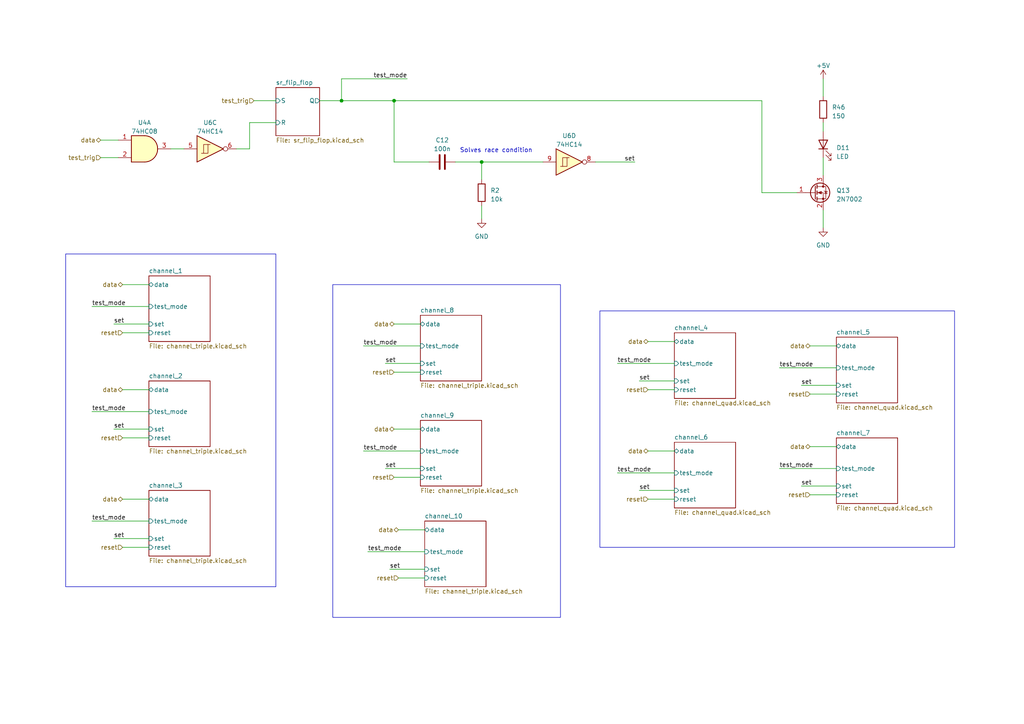
<source format=kicad_sch>
(kicad_sch (version 20230121) (generator eeschema)
  (paper "A4")
  (lib_symbols
    (symbol "74xx:74HC14" (pin_names (offset 1.016))
      (property "Reference" "U" (at 0 1.27 0))
      (property "Value" "74HC14" (at 0 -1.27 0))
      (symbol "74HC14_1_0"
        (polyline (pts (xy -3.81 3.81) (xy -3.81 -3.81) (xy 3.81 0) (xy -3.81 3.81)) (stroke (width 0.254)) (fill (type background)))
        (pin input line (at -7.62 0 0) (length 3.81) (name "~") (number "1"))
        (pin output inverted (at 7.62 0 180) (length 3.81) (name "~") (number "2"))
      )
      (symbol "74HC14_1_1"
        (polyline (pts (xy -1.905 -1.27) (xy -1.905 1.27) (xy -0.635 1.27)))
        (polyline (pts (xy -2.54 -1.27) (xy -0.635 -1.27) (xy -0.635 1.27) (xy 0 1.27)))
      )
      (symbol "74HC14_2_0"
        (polyline (pts (xy -3.81 3.81) (xy -3.81 -3.81) (xy 3.81 0) (xy -3.81 3.81)) (stroke (width 0.254)) (fill (type background)))
        (pin input line (at -7.62 0 0) (length 3.81) (name "~") (number "3"))
        (pin output inverted (at 7.62 0 180) (length 3.81) (name "~") (number "4"))
      )
      (symbol "74HC14_2_1"
        (polyline (pts (xy -1.905 -1.27) (xy -1.905 1.27) (xy -0.635 1.27)))
        (polyline (pts (xy -2.54 -1.27) (xy -0.635 -1.27) (xy -0.635 1.27) (xy 0 1.27)))
      )
      (symbol "74HC14_3_0"
        (polyline (pts (xy -3.81 3.81) (xy -3.81 -3.81) (xy 3.81 0) (xy -3.81 3.81)) (stroke (width 0.254)) (fill (type background)))
        (pin input line (at -7.62 0 0) (length 3.81) (name "~") (number "5"))
        (pin output inverted (at 7.62 0 180) (length 3.81) (name "~") (number "6"))
      )
      (symbol "74HC14_3_1"
        (polyline (pts (xy -1.905 -1.27) (xy -1.905 1.27) (xy -0.635 1.27)))
        (polyline (pts (xy -2.54 -1.27) (xy -0.635 -1.27) (xy -0.635 1.27) (xy 0 1.27)))
      )
      (symbol "74HC14_4_0"
        (polyline (pts (xy -3.81 3.81) (xy -3.81 -3.81) (xy 3.81 0) (xy -3.81 3.81)) (stroke (width 0.254)) (fill (type background)))
        (pin output inverted (at 7.62 0 180) (length 3.81) (name "~") (number "8"))
        (pin input line (at -7.62 0 0) (length 3.81) (name "~") (number "9"))
      )
      (symbol "74HC14_4_1"
        (polyline (pts (xy -1.905 -1.27) (xy -1.905 1.27) (xy -0.635 1.27)))
        (polyline (pts (xy -2.54 -1.27) (xy -0.635 -1.27) (xy -0.635 1.27) (xy 0 1.27)))
      )
      (symbol "74HC14_5_0"
        (polyline (pts (xy -3.81 3.81) (xy -3.81 -3.81) (xy 3.81 0) (xy -3.81 3.81)) (stroke (width 0.254)) (fill (type background)))
        (pin output inverted (at 7.62 0 180) (length 3.81) (name "~") (number "10"))
        (pin input line (at -7.62 0 0) (length 3.81) (name "~") (number "11"))
      )
      (symbol "74HC14_5_1"
        (polyline (pts (xy -1.905 -1.27) (xy -1.905 1.27) (xy -0.635 1.27)))
        (polyline (pts (xy -2.54 -1.27) (xy -0.635 -1.27) (xy -0.635 1.27) (xy 0 1.27)))
      )
      (symbol "74HC14_6_0"
        (polyline (pts (xy -3.81 3.81) (xy -3.81 -3.81) (xy 3.81 0) (xy -3.81 3.81)) (stroke (width 0.254)) (fill (type background)))
        (pin output inverted (at 7.62 0 180) (length 3.81) (name "~") (number "12"))
        (pin input line (at -7.62 0 0) (length 3.81) (name "~") (number "13"))
      )
      (symbol "74HC14_6_1"
        (polyline (pts (xy -1.905 -1.27) (xy -1.905 1.27) (xy -0.635 1.27)))
        (polyline (pts (xy -2.54 -1.27) (xy -0.635 -1.27) (xy -0.635 1.27) (xy 0 1.27)))
      )
      (symbol "74HC14_7_0"
        (pin power_in line (at 0 12.7 270) (length 5.08) (name "VCC") (number "14"))
        (pin power_in line (at 0 -12.7 90) (length 5.08) (name "GND") (number "7"))
      )
      (symbol "74HC14_7_1"
        (rectangle (start -5.08 7.62) (end 5.08 -7.62) (stroke (width 0.254)) (fill (type background)))
      )
    )
    (symbol "Device:C" (pin_numbers hide) (pin_names (offset 0.254))
      (property "Reference" "C" (at 0.635 2.54 0))
      (property "Value" "C" (at 0.635 -2.54 0))
      (symbol "C_0_1"
        (polyline (pts (xy -2.032 -0.762) (xy 2.032 -0.762)) (stroke (width 0.508)))
        (polyline (pts (xy -2.032 0.762) (xy 2.032 0.762)) (stroke (width 0.508)))
      )
      (symbol "C_1_1"
        (pin passive line (at 0 3.81 270) (length 2.794) (name "~") (number "1"))
        (pin passive line (at 0 -3.81 90) (length 2.794) (name "~") (number "2"))
      )
    )
    (symbol "Device:LED" (pin_numbers hide) (pin_names (offset 1.016) hide)
      (property "Reference" "D" (at 0 2.54 0))
      (property "Value" "LED" (at 0 -2.54 0))
      (symbol "LED_0_1"
        (polyline (pts (xy -1.27 -1.27) (xy -1.27 1.27)) (stroke (width 0.254)))
        (polyline (pts (xy -1.27 0) (xy 1.27 0)))
        (polyline (pts (xy 1.27 -1.27) (xy 1.27 1.27) (xy -1.27 0) (xy 1.27 -1.27)) (stroke (width 0.254)))
        (polyline (pts (xy -3.048 -0.762) (xy -4.572 -2.286) (xy -3.81 -2.286) (xy -4.572 -2.286) (xy -4.572 -1.524)))
        (polyline (pts (xy -1.778 -0.762) (xy -3.302 -2.286) (xy -2.54 -2.286) (xy -3.302 -2.286) (xy -3.302 -1.524)))
      )
      (symbol "LED_1_1"
        (pin passive line (at -3.81 0 0) (length 2.54) (name "K") (number "1"))
        (pin passive line (at 3.81 0 180) (length 2.54) (name "A") (number "2"))
      )
    )
    (symbol "Device:R" (pin_numbers hide) (pin_names (offset 0))
      (property "Reference" "R" (at 2.032 0 90))
      (property "Value" "R" (at 0 0 90))
      (symbol "R_0_1"
        (rectangle (start -1.016 -2.54) (end 1.016 2.54) (stroke (width 0.254)))
      )
      (symbol "R_1_1"
        (pin passive line (at 0 3.81 270) (length 1.27) (name "~") (number "1"))
        (pin passive line (at 0 -3.81 90) (length 1.27) (name "~") (number "2"))
      )
    )
    (symbol "Transistor_FET:2N7002" (pin_names hide)
      (property "Reference" "Q" (at 5.08 1.905 0))
      (property "Value" "2N7002" (at 5.08 0 0))
      (symbol "2N7002_0_1"
        (polyline (pts (xy 0.254 0) (xy -2.54 0)))
        (polyline (pts (xy 0.254 1.905) (xy 0.254 -1.905)) (stroke (width 0.254)))
        (polyline (pts (xy 0.762 -1.27) (xy 0.762 -2.286)) (stroke (width 0.254)))
        (polyline (pts (xy 0.762 0.508) (xy 0.762 -0.508)) (stroke (width 0.254)))
        (polyline (pts (xy 0.762 2.286) (xy 0.762 1.27)) (stroke (width 0.254)))
        (polyline (pts (xy 2.54 2.54) (xy 2.54 1.778)))
        (polyline (pts (xy 2.54 -2.54) (xy 2.54 0) (xy 0.762 0)))
        (polyline (pts (xy 0.762 -1.778) (xy 3.302 -1.778) (xy 3.302 1.778) (xy 0.762 1.778)))
        (polyline (pts (xy 1.016 0) (xy 2.032 0.381) (xy 2.032 -0.381) (xy 1.016 0)) (fill (type outline)))
        (polyline (pts (xy 2.794 0.508) (xy 2.921 0.381) (xy 3.683 0.381) (xy 3.81 0.254)))
        (polyline (pts (xy 3.302 0.381) (xy 2.921 -0.254) (xy 3.683 -0.254) (xy 3.302 0.381)))
        (circle (center 1.651 0) (radius 2.794) (stroke (width 0.254)))
        (circle (center 2.54 -1.778) (radius 0.254) (fill (type outline)))
        (circle (center 2.54 1.778) (radius 0.254) (fill (type outline)))
      )
      (symbol "2N7002_1_1"
        (pin input line (at -5.08 0 0) (length 2.54) (name "G") (number "1"))
        (pin passive line (at 2.54 -5.08 90) (length 2.54) (name "S") (number "2"))
        (pin passive line (at 2.54 5.08 270) (length 2.54) (name "D") (number "3"))
      )
    )
    (symbol "gates:74HC08" (pin_names (offset 1.016))
      (property "Reference" "U" (at 0 1.27 0))
      (property "Value" "74HC08" (at 0 -1.27 0))
      (symbol "74HC08_1_1"
        (arc (start 0 -3.81) (mid 3.7934 0) (end 0 3.81) (stroke (width 0.254)) (fill (type background)))
        (polyline (pts (xy 0 3.81) (xy -3.81 3.81) (xy -3.81 -3.81) (xy 0 -3.81)) (stroke (width 0.254)) (fill (type background)))
        (pin input line (at -7.62 2.54 0) (length 3.81) (name "~") (number "1"))
        (pin input line (at -7.62 -2.54 0) (length 3.81) (name "~") (number "2"))
        (pin output line (at 7.62 0 180) (length 3.81) (name "~") (number "3"))
      )
      (symbol "74HC08_1_2"
        (arc (start -3.81 -3.81) (mid -2.589 0) (end -3.81 3.81) (stroke (width 0.254)))
        (arc (start -0.6096 -3.81) (mid 2.1842 -2.5851) (end 3.81 0) (stroke (width 0.254)) (fill (type background)))
        (polyline (pts (xy -3.81 -3.81) (xy -0.635 -3.81)) (stroke (width 0.254)) (fill (type background)))
        (polyline (pts (xy -3.81 3.81) (xy -0.635 3.81)) (stroke (width 0.254)) (fill (type background)))
        (polyline (pts (xy -0.635 3.81) (xy -3.81 3.81) (xy -3.81 3.81) (xy -3.556 3.4036) (xy -3.0226 2.2606) (xy -2.6924 1.0414) (xy -2.6162 -0.254) (xy -2.7686 -1.4986) (xy -3.175 -2.7178) (xy -3.81 -3.81) (xy -3.81 -3.81) (xy -0.635 -3.81)) (stroke (width -25.4)) (fill (type background)))
        (arc (start 3.81 0) (mid 2.1915 2.5936) (end -0.6096 3.81) (stroke (width 0.254)) (fill (type background)))
        (pin input inverted (at -7.62 2.54 0) (length 4.318) (name "~") (number "1"))
        (pin input inverted (at -7.62 -2.54 0) (length 4.318) (name "~") (number "2"))
        (pin output inverted (at 7.62 0 180) (length 3.81) (name "~") (number "3"))
      )
      (symbol "74HC08_2_1"
        (arc (start 0 -3.81) (mid 3.7934 0) (end 0 3.81) (stroke (width 0.254)) (fill (type background)))
        (polyline (pts (xy 0 3.81) (xy -3.81 3.81) (xy -3.81 -3.81) (xy 0 -3.81)) (stroke (width 0.254)) (fill (type background)))
        (pin input line (at -7.62 2.54 0) (length 3.81) (name "~") (number "4"))
        (pin input line (at -7.62 -2.54 0) (length 3.81) (name "~") (number "5"))
        (pin output line (at 7.62 0 180) (length 3.81) (name "~") (number "6"))
      )
      (symbol "74HC08_2_2"
        (arc (start -3.81 -3.81) (mid -2.589 0) (end -3.81 3.81) (stroke (width 0.254)))
        (arc (start -0.6096 -3.81) (mid 2.1842 -2.5851) (end 3.81 0) (stroke (width 0.254)) (fill (type background)))
        (polyline (pts (xy -3.81 -3.81) (xy -0.635 -3.81)) (stroke (width 0.254)) (fill (type background)))
        (polyline (pts (xy -3.81 3.81) (xy -0.635 3.81)) (stroke (width 0.254)) (fill (type background)))
        (polyline (pts (xy -0.635 3.81) (xy -3.81 3.81) (xy -3.81 3.81) (xy -3.556 3.4036) (xy -3.0226 2.2606) (xy -2.6924 1.0414) (xy -2.6162 -0.254) (xy -2.7686 -1.4986) (xy -3.175 -2.7178) (xy -3.81 -3.81) (xy -3.81 -3.81) (xy -0.635 -3.81)) (stroke (width -25.4)) (fill (type background)))
        (arc (start 3.81 0) (mid 2.1915 2.5936) (end -0.6096 3.81) (stroke (width 0.254)) (fill (type background)))
        (pin input inverted (at -7.62 2.54 0) (length 4.318) (name "~") (number "4"))
        (pin input inverted (at -7.62 -2.54 0) (length 4.318) (name "~") (number "5"))
        (pin output inverted (at 7.62 0 180) (length 3.81) (name "~") (number "6"))
      )
      (symbol "74HC08_3_1"
        (arc (start 0 -3.81) (mid 3.7934 0) (end 0 3.81) (stroke (width 0.254)) (fill (type background)))
        (polyline (pts (xy 0 3.81) (xy -3.81 3.81) (xy -3.81 -3.81) (xy 0 -3.81)) (stroke (width 0.254)) (fill (type background)))
        (pin input line (at -7.62 -2.54 0) (length 3.81) (name "~") (number "10"))
        (pin output line (at 7.62 0 180) (length 3.81) (name "~") (number "8"))
        (pin input line (at -7.62 2.54 0) (length 3.81) (name "~") (number "9"))
      )
      (symbol "74HC08_3_2"
        (arc (start -3.81 -3.81) (mid -2.589 0) (end -3.81 3.81) (stroke (width 0.254)))
        (arc (start -0.6096 -3.81) (mid 2.1842 -2.5851) (end 3.81 0) (stroke (width 0.254)) (fill (type background)))
        (polyline (pts (xy -3.81 -3.81) (xy -0.635 -3.81)) (stroke (width 0.254)) (fill (type background)))
        (polyline (pts (xy -3.81 3.81) (xy -0.635 3.81)) (stroke (width 0.254)) (fill (type background)))
        (polyline (pts (xy -0.635 3.81) (xy -3.81 3.81) (xy -3.81 3.81) (xy -3.556 3.4036) (xy -3.0226 2.2606) (xy -2.6924 1.0414) (xy -2.6162 -0.254) (xy -2.7686 -1.4986) (xy -3.175 -2.7178) (xy -3.81 -3.81) (xy -3.81 -3.81) (xy -0.635 -3.81)) (stroke (width -25.4)) (fill (type background)))
        (arc (start 3.81 0) (mid 2.1915 2.5936) (end -0.6096 3.81) (stroke (width 0.254)) (fill (type background)))
        (pin input inverted (at -7.62 -2.54 0) (length 4.318) (name "~") (number "10"))
        (pin output inverted (at 7.62 0 180) (length 3.81) (name "~") (number "8"))
        (pin input inverted (at -7.62 2.54 0) (length 4.318) (name "~") (number "9"))
      )
      (symbol "74HC08_4_1"
        (arc (start 0 -3.81) (mid 3.7934 0) (end 0 3.81) (stroke (width 0.254)) (fill (type background)))
        (polyline (pts (xy 0 3.81) (xy -3.81 3.81) (xy -3.81 -3.81) (xy 0 -3.81)) (stroke (width 0.254)) (fill (type background)))
        (pin output line (at 7.62 0 180) (length 3.81) (name "~") (number "11"))
        (pin input line (at -7.62 2.54 0) (length 3.81) (name "~") (number "12"))
        (pin input line (at -7.62 -2.54 0) (length 3.81) (name "~") (number "13"))
      )
      (symbol "74HC08_4_2"
        (arc (start -3.81 -3.81) (mid -2.589 0) (end -3.81 3.81) (stroke (width 0.254)))
        (arc (start -0.6096 -3.81) (mid 2.1842 -2.5851) (end 3.81 0) (stroke (width 0.254)) (fill (type background)))
        (polyline (pts (xy -3.81 -3.81) (xy -0.635 -3.81)) (stroke (width 0.254)) (fill (type background)))
        (polyline (pts (xy -3.81 3.81) (xy -0.635 3.81)) (stroke (width 0.254)) (fill (type background)))
        (polyline (pts (xy -0.635 3.81) (xy -3.81 3.81) (xy -3.81 3.81) (xy -3.556 3.4036) (xy -3.0226 2.2606) (xy -2.6924 1.0414) (xy -2.6162 -0.254) (xy -2.7686 -1.4986) (xy -3.175 -2.7178) (xy -3.81 -3.81) (xy -3.81 -3.81) (xy -0.635 -3.81)) (stroke (width -25.4)) (fill (type background)))
        (arc (start 3.81 0) (mid 2.1915 2.5936) (end -0.6096 3.81) (stroke (width 0.254)) (fill (type background)))
        (pin output inverted (at 7.62 0 180) (length 3.81) (name "~") (number "11"))
        (pin input inverted (at -7.62 2.54 0) (length 4.318) (name "~") (number "12"))
        (pin input inverted (at -7.62 -2.54 0) (length 4.318) (name "~") (number "13"))
      )
      (symbol "74HC08_5_0"
        (pin power_in line (at 0 12.7 270) (length 5.08) (name "VCC") (number "14"))
        (pin power_in line (at 0 -12.7 90) (length 5.08) (name "GND") (number "7"))
      )
      (symbol "74HC08_5_1"
        (rectangle (start -5.08 7.62) (end 5.08 -7.62) (stroke (width 0.254)) (fill (type background)))
      )
    )
    (symbol "power:+5V" (power) (pin_names (offset 0))
      (property "Value" "+5V" (at 0 3.556 0))
      (symbol "+5V_0_1"
        (polyline (pts (xy -0.762 1.27) (xy 0 2.54)))
        (polyline (pts (xy 0 0) (xy 0 2.54)))
        (polyline (pts (xy 0 2.54) (xy 0.762 1.27)))
      )
      (symbol "+5V_1_1"
        (pin power_in line (at 0 0 90) (length 0) hide (name "+5V") (number "1"))
      )
    )
    (symbol "power:GND" (power) (pin_names (offset 0))
      (property "Value" "GND" (at 0 -3.81 0))
      (symbol "GND_0_1"
        (polyline (pts (xy 0 0) (xy 0 -1.27) (xy 1.27 -1.27) (xy 0 -2.54) (xy -1.27 -1.27) (xy 0 -1.27)))
      )
      (symbol "GND_1_1"
        (pin power_in line (at 0 0 270) (length 0) hide (name "GND") (number "1"))
      )
    )
  )
  (junction (at 139.7 46.99))
  (junction (at 99.06 29.21))
  (junction (at 114.3 29.21))
  (wire (pts (xy 35.56 127) (xy 43.18 127)))
  (wire (pts (xy 232.41 111.76) (xy 242.57 111.76)))
  (wire (pts (xy 33.02 124.46) (xy 43.18 124.46)))
  (wire (pts (xy 114.3 29.21) (xy 114.3 46.99)))
  (wire (pts (xy 234.95 114.3) (xy 242.57 114.3)))
  (wire (pts (xy 238.76 60.96) (xy 238.76 66.04)))
  (wire (pts (xy 114.3 29.21) (xy 220.98 29.21)))
  (wire (pts (xy 35.56 96.52) (xy 43.18 96.52)))
  (wire (pts (xy 35.56 158.75) (xy 43.18 158.75)))
  (wire (pts (xy 111.76 135.89) (xy 121.92 135.89)))
  (wire (pts (xy 232.41 140.97) (xy 242.57 140.97)))
  (wire (pts (xy 238.76 45.72) (xy 238.76 50.8)))
  (wire (pts (xy 238.76 35.56) (xy 238.76 38.1)))
  (wire (pts (xy 179.07 105.41) (xy 195.58 105.41)))
  (wire (pts (xy 72.39 35.56) (xy 80.01 35.56)))
  (wire (pts (xy 172.72 46.99) (xy 184.15 46.99)))
  (wire (pts (xy 226.06 106.68) (xy 242.57 106.68)))
  (wire (pts (xy 29.21 45.72) (xy 34.29 45.72)))
  (wire (pts (xy 114.3 93.98) (xy 121.92 93.98)))
  (wire (pts (xy 68.58 43.18) (xy 72.39 43.18)))
  (wire (pts (xy 118.11 22.86) (xy 99.06 22.86)))
  (wire (pts (xy 26.67 119.38) (xy 43.18 119.38)))
  (wire (pts (xy 99.06 29.21) (xy 92.71 29.21)))
  (wire (pts (xy 29.21 40.64) (xy 34.29 40.64)))
  (wire (pts (xy 105.41 100.33) (xy 121.92 100.33)))
  (wire (pts (xy 185.42 110.49) (xy 195.58 110.49)))
  (wire (pts (xy 73.66 29.21) (xy 80.01 29.21)))
  (wire (pts (xy 35.56 82.55) (xy 43.18 82.55)))
  (wire (pts (xy 179.07 137.16) (xy 195.58 137.16)))
  (wire (pts (xy 35.56 144.78) (xy 43.18 144.78)))
  (wire (pts (xy 132.08 46.99) (xy 139.7 46.99)))
  (wire (pts (xy 234.95 100.33) (xy 242.57 100.33)))
  (wire (pts (xy 226.06 135.89) (xy 242.57 135.89)))
  (wire (pts (xy 234.95 129.54) (xy 242.57 129.54)))
  (wire (pts (xy 238.76 22.86) (xy 238.76 27.94)))
  (wire (pts (xy 187.96 113.03) (xy 195.58 113.03)))
  (wire (pts (xy 187.96 99.06) (xy 195.58 99.06)))
  (wire (pts (xy 26.67 88.9) (xy 43.18 88.9)))
  (wire (pts (xy 35.56 113.03) (xy 43.18 113.03)))
  (wire (pts (xy 49.53 43.18) (xy 53.34 43.18)))
  (wire (pts (xy 115.57 153.67) (xy 123.19 153.67)))
  (wire (pts (xy 139.7 59.69) (xy 139.7 63.5)))
  (wire (pts (xy 114.3 29.21) (xy 99.06 29.21)))
  (wire (pts (xy 114.3 107.95) (xy 121.92 107.95)))
  (wire (pts (xy 187.96 144.78) (xy 195.58 144.78)))
  (wire (pts (xy 72.39 43.18) (xy 72.39 35.56)))
  (wire (pts (xy 139.7 46.99) (xy 157.48 46.99)))
  (wire (pts (xy 114.3 46.99) (xy 124.46 46.99)))
  (wire (pts (xy 185.42 142.24) (xy 195.58 142.24)))
  (wire (pts (xy 114.3 124.46) (xy 121.92 124.46)))
  (wire (pts (xy 220.98 29.21) (xy 220.98 55.88)))
  (wire (pts (xy 234.95 143.51) (xy 242.57 143.51)))
  (wire (pts (xy 113.03 165.1) (xy 123.19 165.1)))
  (wire (pts (xy 33.02 93.98) (xy 43.18 93.98)))
  (wire (pts (xy 220.98 55.88) (xy 231.14 55.88)))
  (wire (pts (xy 111.76 105.41) (xy 121.92 105.41)))
  (wire (pts (xy 26.67 151.13) (xy 43.18 151.13)))
  (wire (pts (xy 187.96 130.81) (xy 195.58 130.81)))
  (wire (pts (xy 114.3 138.43) (xy 121.92 138.43)))
  (wire (pts (xy 139.7 46.99) (xy 139.7 52.07)))
  (wire (pts (xy 115.57 167.64) (xy 123.19 167.64)))
  (wire (pts (xy 105.41 130.81) (xy 121.92 130.81)))
  (wire (pts (xy 33.02 156.21) (xy 43.18 156.21)))
  (wire (pts (xy 99.06 22.86) (xy 99.06 29.21)))
  (wire (pts (xy 106.68 160.02) (xy 123.19 160.02)))
  (rectangle (start 19.05 73.66) (end 80.01 170.18))
  (rectangle (start 96.52 82.55) (end 162.56 179.07))
  (rectangle (start 173.99 90.17) (end 276.86 158.75))
  (text "Solves race condition" (at 133.35 44.45 0) (effects (font (size 1.27 1.27)) (justify left bottom)))
  (label "set" (at 111.76 105.41 0))
  (label "test_mode" (at 26.67 88.9 0))
  (label "set" (at 232.41 140.97 0))
  (label "test_mode" (at 118.11 22.86 180))
  (label "set" (at 33.02 156.21 0))
  (label "set" (at 33.02 93.98 0))
  (label "test_mode" (at 26.67 151.13 0))
  (label "set" (at 111.76 135.89 0))
  (label "test_mode" (at 226.06 135.89 0))
  (label "test_mode" (at 179.07 105.41 0))
  (label "set" (at 113.03 165.1 0))
  (label "test_mode" (at 106.68 160.02 0))
  (label "set" (at 185.42 142.24 0))
  (label "set" (at 232.41 111.76 0))
  (label "set" (at 185.42 110.49 0))
  (label "set" (at 33.02 124.46 0))
  (label "test_mode" (at 226.06 106.68 0))
  (label "test_mode" (at 179.07 137.16 0))
  (label "test_mode" (at 105.41 100.33 0))
  (label "test_mode" (at 105.41 130.81 0))
  (label "set" (at 184.15 46.99 180))
  (label "test_mode" (at 26.67 119.38 0))
  (hierarchical_label "reset" (shape input) (at 114.3 107.95 180))
  (hierarchical_label "test_trig" (shape input) (at 29.21 45.72 180))
  (hierarchical_label "data" (shape bidirectional) (at 115.57 153.67 180))
  (hierarchical_label "data" (shape bidirectional) (at 114.3 93.98 180))
  (hierarchical_label "data" (shape bidirectional) (at 187.96 130.81 180))
  (hierarchical_label "data" (shape bidirectional) (at 114.3 124.46 180))
  (hierarchical_label "test_trig" (shape input) (at 73.66 29.21 180))
  (hierarchical_label "data" (shape bidirectional) (at 29.21 40.64 180))
  (hierarchical_label "data" (shape bidirectional) (at 234.95 100.33 180))
  (hierarchical_label "reset" (shape input) (at 187.96 113.03 180))
  (hierarchical_label "reset" (shape input) (at 234.95 114.3 180))
  (hierarchical_label "reset" (shape input) (at 35.56 127 180))
  (hierarchical_label "reset" (shape input) (at 35.56 158.75 180))
  (hierarchical_label "reset" (shape input) (at 114.3 138.43 180))
  (hierarchical_label "reset" (shape input) (at 35.56 96.52 180))
  (hierarchical_label "data" (shape bidirectional) (at 35.56 113.03 180))
  (hierarchical_label "reset" (shape input) (at 187.96 144.78 180))
  (hierarchical_label "reset" (shape input) (at 234.95 143.51 180))
  (hierarchical_label "data" (shape bidirectional) (at 35.56 82.55 180))
  (hierarchical_label "reset" (shape input) (at 115.57 167.64 180))
  (hierarchical_label "data" (shape bidirectional) (at 35.56 144.78 180))
  (hierarchical_label "data" (shape bidirectional) (at 234.95 129.54 180))
  (hierarchical_label "data" (shape bidirectional) (at 187.96 99.06 180))
  (symbol (lib_id "power:GND") (at 238.76 66.04 0) (unit 1)
    (property "Reference" "#PWR061" (effects hide))
    (property "Value" "GND" (at 238.76 71.12 0))
  )
  (symbol (lib_id "power:+5V") (at 238.76 22.86 0) (unit 1)
    (property "Reference" "#PWR062" (effects hide))
    (property "Value" "+5V" (at 238.76 19.05 0))
  )
  (symbol (lib_id "Device:C") (at 128.27 46.99 90) (unit 1)
    (property "Reference" "C12" (at 128.27 40.64 90))
    (property "Value" "100n" (at 128.27 43.18 90))
    (property "Footprint" "Capacitor_SMD:C_0402_1005Metric" (effects hide))
    (property "Datasheet" "https://datasheet.lcsc.com/lcsc/1810191219_Samsung-Electro-Mechanics-CL05B104KO5NNNC_C1525.pdf" (effects hide))
    (property "mpn" "C1525" (effects hide))
  )
  (symbol (lib_id "74xx:74HC14") (at 60.96 43.18 0) (unit 3)
    (property "Reference" "U6" (at 60.96 35.56 0))
    (property "Value" "74HC14" (at 60.96 38.1 0))
    (property "Footprint" "Package_SO:SOIC-14_3.9x8.7mm_P1.27mm" (effects hide))
    (property "Datasheet" "http://www.ti.com/lit/gpn/sn74HC14" (effects hide))
    (property "mpn" "C5605" (effects hide))
  )
  (symbol (lib_id "74xx:74HC14") (at 165.1 46.99 0) (unit 4)
    (property "Reference" "U6" (at 165.1 39.37 0))
    (property "Value" "74HC14" (at 165.1 41.91 0))
    (property "Footprint" "Package_SO:SOIC-14_3.9x8.7mm_P1.27mm" (effects hide))
    (property "Datasheet" "http://www.ti.com/lit/gpn/sn74HC14" (effects hide))
    (property "mpn" "C5605" (effects hide))
  )
  (symbol (lib_id "power:GND") (at 139.7 63.5 0) (unit 1)
    (property "Reference" "#PWR022" (effects hide))
    (property "Value" "GND" (at 139.7 68.58 0))
  )
  (symbol (lib_id "Device:R") (at 139.7 55.88 0) (unit 1)
    (property "Reference" "R2" (at 142.24 55.245 0) (effects (justify left)))
    (property "Value" "10k" (at 142.24 57.785 0) (effects (justify left)))
    (property "Footprint" "Resistor_SMD:R_0402_1005Metric" (effects hide))
    (property "Datasheet" "https://datasheet.lcsc.com/lcsc/2206010100_UNI-ROYAL-Uniroyal-Elec-0402WGF1002TCE_C25744.pdf" (effects hide))
    (property "mpn" "C25744" (effects hide))
  )
  (symbol (lib_id "Device:R") (at 238.76 31.75 0) (unit 1)
    (property "Reference" "R46" (at 241.3 31.115 0) (effects (justify left)))
    (property "Value" "150" (at 241.3 33.655 0) (effects (justify left)))
    (property "Footprint" "Resistor_SMD:R_0603_1608Metric" (effects hide))
    (property "Datasheet" "https://datasheet.lcsc.com/lcsc/2206010130_UNI-ROYAL-Uniroyal-Elec-0603WAF1500T5E_C22808.pdf" (effects hide))
    (property "mpn" "C22808" (effects hide))
  )
  (symbol (lib_id "Transistor_FET:2N7002") (at 236.22 55.88 0) (unit 1)
    (property "Reference" "Q13" (at 242.57 55.245 0) (effects (justify left)))
    (property "Value" "2N7002" (at 242.57 57.785 0) (effects (justify left)))
    (property "Footprint" "Package_TO_SOT_SMD:SOT-23" (effects hide))
    (property "Datasheet" "https://www.onsemi.com/pub/Collateral/NDS7002A-D.PDF" (effects hide))
    (property "mpn" "C8545" (effects hide))
  )
  (symbol (lib_id "gates:74HC08") (at 41.91 43.18 0) (unit 1)
    (property "Reference" "U4" (at 41.9017 35.56 0))
    (property "Value" "74HC08" (at 41.9017 38.1 0))
    (property "Footprint" "Package_SO:SOIC-14_3.9x8.7mm_P1.27mm" (effects hide))
    (property "Datasheet" "http://www.ti.com/lit/gpn/sn74LS08" (effects hide))
    (property "mpn" "C5593" (effects hide))
  )
  (symbol (lib_id "Device:LED") (at 238.76 41.91 90) (unit 1)
    (property "Reference" "D11" (at 242.57 42.8625 90) (effects (justify right)))
    (property "Value" "LED" (at 242.57 45.4025 90) (effects (justify right)))
    (property "Footprint" "LED_THT:LED_D5.0mm" (effects hide))
    (property "Datasheet" "https://datasheet.lcsc.com/lcsc/2208160930_XINGLIGHT-XL-504SURD_C2895493.pdf" (effects hide))
    (property "mpn" "C2895493" (effects hide))
  )
  (sheet (at 242.57 127) (size 17.78 19.05) (stroke (width 0.1524))
    (property "Sheetname" "channel_7" (at 242.57 126.2884 0) (effects (justify left bottom)))
    (property "Sheetfile" "channel_quad.kicad_sch" (at 242.57 146.6346 0) (effects (justify left top)))
    (pin "reset" input (at 242.57 143.51 180))
    (pin "data" bidirectional (at 242.57 129.54 180))
    (pin "test_mode" input (at 242.57 135.89 180))
    (pin "set" input (at 242.57 140.97 180))
  )
  (sheet (at 242.57 97.79) (size 17.78 19.05) (stroke (width 0.1524))
    (property "Sheetname" "channel_5" (at 242.57 97.0784 0) (effects (justify left bottom)))
    (property "Sheetfile" "channel_quad.kicad_sch" (at 242.57 117.4246 0) (effects (justify left top)))
    (pin "reset" input (at 242.57 114.3 180))
    (pin "data" bidirectional (at 242.57 100.33 180))
    (pin "test_mode" input (at 242.57 106.68 180))
    (pin "set" input (at 242.57 111.76 180))
  )
  (sheet (at 121.92 91.44) (size 17.78 19.05) (stroke (width 0.1524))
    (property "Sheetname" "channel_8" (at 121.92 90.7284 0) (effects (justify left bottom)))
    (property "Sheetfile" "channel_triple.kicad_sch" (at 121.92 111.0746 0) (effects (justify left top)))
    (pin "reset" input (at 121.92 107.95 180))
    (pin "data" bidirectional (at 121.92 93.98 180))
    (pin "test_mode" input (at 121.92 100.33 180))
    (pin "set" input (at 121.92 105.41 180))
  )
  (sheet (at 43.18 110.49) (size 17.78 19.05) (stroke (width 0.1524))
    (property "Sheetname" "channel_2" (at 43.18 109.7784 0) (effects (justify left bottom)))
    (property "Sheetfile" "channel_triple.kicad_sch" (at 43.18 130.1246 0) (effects (justify left top)))
    (pin "reset" input (at 43.18 127 180))
    (pin "data" bidirectional (at 43.18 113.03 180))
    (pin "test_mode" input (at 43.18 119.38 180))
    (pin "set" input (at 43.18 124.46 180))
  )
  (sheet (at 195.58 96.52) (size 17.78 19.05) (stroke (width 0.1524))
    (property "Sheetname" "channel_4" (at 195.58 95.8084 0) (effects (justify left bottom)))
    (property "Sheetfile" "channel_quad.kicad_sch" (at 195.58 116.1546 0) (effects (justify left top)))
    (pin "reset" input (at 195.58 113.03 180))
    (pin "data" bidirectional (at 195.58 99.06 180))
    (pin "test_mode" input (at 195.58 105.41 180))
    (pin "set" input (at 195.58 110.49 180))
  )
  (sheet (at 123.19 151.13) (size 17.78 19.05) (stroke (width 0.1524))
    (property "Sheetname" "channel_10" (at 123.19 150.4184 0) (effects (justify left bottom)))
    (property "Sheetfile" "channel_triple.kicad_sch" (at 123.19 170.7646 0) (effects (justify left top)))
    (pin "reset" input (at 123.19 167.64 180))
    (pin "data" bidirectional (at 123.19 153.67 180))
    (pin "test_mode" input (at 123.19 160.02 180))
    (pin "set" input (at 123.19 165.1 180))
  )
  (sheet (at 195.58 128.27) (size 17.78 19.05) (stroke (width 0.1524))
    (property "Sheetname" "channel_6" (at 195.58 127.5584 0) (effects (justify left bottom)))
    (property "Sheetfile" "channel_quad.kicad_sch" (at 195.58 147.9046 0) (effects (justify left top)))
    (pin "reset" input (at 195.58 144.78 180))
    (pin "data" bidirectional (at 195.58 130.81 180))
    (pin "test_mode" input (at 195.58 137.16 180))
    (pin "set" input (at 195.58 142.24 180))
  )
  (sheet (at 43.18 142.24) (size 17.78 19.05) (stroke (width 0.1524))
    (property "Sheetname" "channel_3" (at 43.18 141.5284 0) (effects (justify left bottom)))
    (property "Sheetfile" "channel_triple.kicad_sch" (at 43.18 161.8746 0) (effects (justify left top)))
    (pin "reset" input (at 43.18 158.75 180))
    (pin "data" bidirectional (at 43.18 144.78 180))
    (pin "test_mode" input (at 43.18 151.13 180))
    (pin "set" input (at 43.18 156.21 180))
  )
  (sheet (at 43.18 80.01) (size 17.78 19.05) (stroke (width 0.1524))
    (property "Sheetname" "channel_1" (at 43.18 79.2984 0) (effects (justify left bottom)))
    (property "Sheetfile" "channel_triple.kicad_sch" (at 43.18 99.6446 0) (effects (justify left top)))
    (pin "reset" input (at 43.18 96.52 180))
    (pin "data" bidirectional (at 43.18 82.55 180))
    (pin "test_mode" input (at 43.18 88.9 180))
    (pin "set" input (at 43.18 93.98 180))
  )
  (sheet (at 121.92 121.92) (size 17.78 19.05) (stroke (width 0.1524))
    (property "Sheetname" "channel_9" (at 121.92 121.2084 0) (effects (justify left bottom)))
    (property "Sheetfile" "channel_triple.kicad_sch" (at 121.92 141.5546 0) (effects (justify left top)))
    (pin "reset" input (at 121.92 138.43 180))
    (pin "data" bidirectional (at 121.92 124.46 180))
    (pin "test_mode" input (at 121.92 130.81 180))
    (pin "set" input (at 121.92 135.89 180))
  )
  (sheet (at 80.01 25.4) (size 12.7 13.97) (stroke (width 0.1524))
    (property "Sheetname" "sr_flip_flop" (at 80.01 24.6884 0) (effects (justify left bottom)))
    (property "Sheetfile" "sr_flip_flop.kicad_sch" (at 80.01 39.9546 0) (effects (justify left top)))
    (pin "S" input (at 80.01 29.21 180))
    (pin "Q" output (at 92.71 29.21 0))
    (pin "R" input (at 80.01 35.56 180))
  )
)
</source>
